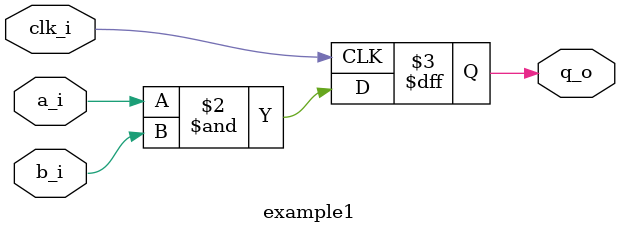
<source format=sv>
module example1(
  input  logic clk_i,
  input  logic a_i,
  input  logic b_i,
  output logic q_o
);
  logic q;

  always @(posedge clk_i) begin
    q   =     a_i;
    q_o = q & b_i;
  end
endmodule

</source>
